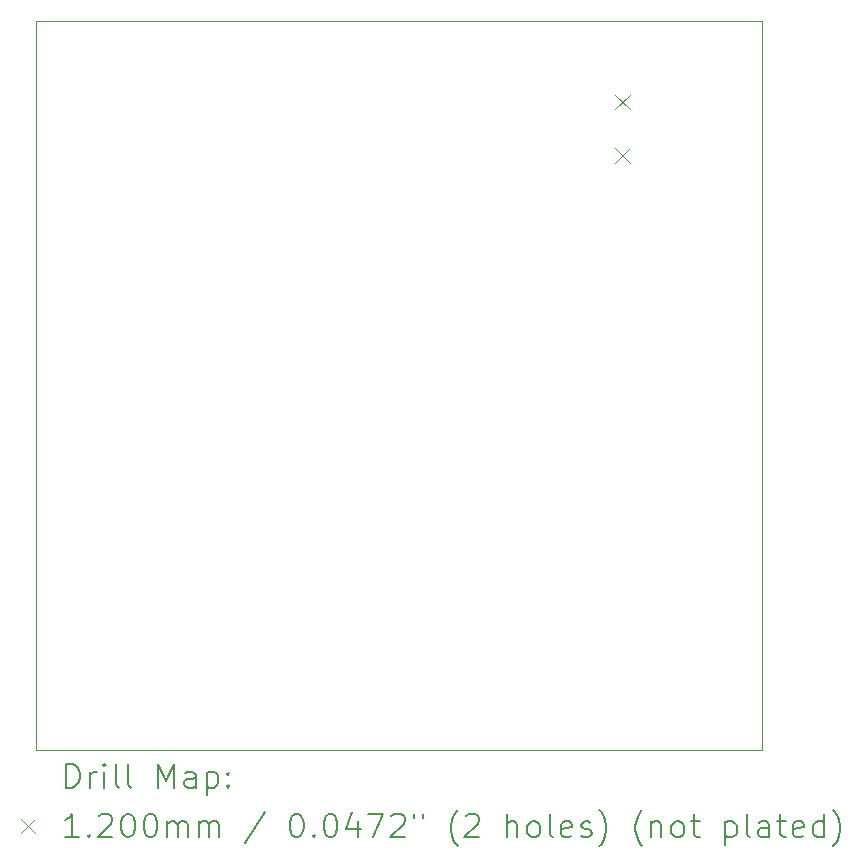
<source format=gbr>
%TF.GenerationSoftware,KiCad,Pcbnew,7.0.10-1-dev-1fdf7d0cf4*%
%TF.CreationDate,2023-12-26T02:00:17-08:00*%
%TF.ProjectId,i2s_to_toslink_pcb,6932735f-746f-45f7-946f-736c696e6b5f,rev?*%
%TF.SameCoordinates,Original*%
%TF.FileFunction,Drillmap*%
%TF.FilePolarity,Positive*%
%FSLAX45Y45*%
G04 Gerber Fmt 4.5, Leading zero omitted, Abs format (unit mm)*
G04 Created by KiCad (PCBNEW 7.0.10-1-dev-1fdf7d0cf4) date 2023-12-26 02:00:17*
%MOMM*%
%LPD*%
G01*
G04 APERTURE LIST*
%ADD10C,0.100000*%
%ADD11C,0.200000*%
%ADD12C,0.120000*%
G04 APERTURE END LIST*
D10*
X2082800Y-2032000D02*
X8229600Y-2032000D01*
X8229600Y-8204200D01*
X2082800Y-8204200D01*
X2082800Y-2032000D01*
D11*
D12*
X6987840Y-2659860D02*
X7107840Y-2779860D01*
X7107840Y-2659860D02*
X6987840Y-2779860D01*
X6987840Y-3109860D02*
X7107840Y-3229860D01*
X7107840Y-3109860D02*
X6987840Y-3229860D01*
D11*
X2338577Y-8520684D02*
X2338577Y-8320684D01*
X2338577Y-8320684D02*
X2386196Y-8320684D01*
X2386196Y-8320684D02*
X2414767Y-8330208D01*
X2414767Y-8330208D02*
X2433815Y-8349255D01*
X2433815Y-8349255D02*
X2443339Y-8368303D01*
X2443339Y-8368303D02*
X2452863Y-8406398D01*
X2452863Y-8406398D02*
X2452863Y-8434970D01*
X2452863Y-8434970D02*
X2443339Y-8473065D01*
X2443339Y-8473065D02*
X2433815Y-8492112D01*
X2433815Y-8492112D02*
X2414767Y-8511160D01*
X2414767Y-8511160D02*
X2386196Y-8520684D01*
X2386196Y-8520684D02*
X2338577Y-8520684D01*
X2538577Y-8520684D02*
X2538577Y-8387350D01*
X2538577Y-8425446D02*
X2548101Y-8406398D01*
X2548101Y-8406398D02*
X2557624Y-8396874D01*
X2557624Y-8396874D02*
X2576672Y-8387350D01*
X2576672Y-8387350D02*
X2595720Y-8387350D01*
X2662386Y-8520684D02*
X2662386Y-8387350D01*
X2662386Y-8320684D02*
X2652863Y-8330208D01*
X2652863Y-8330208D02*
X2662386Y-8339731D01*
X2662386Y-8339731D02*
X2671910Y-8330208D01*
X2671910Y-8330208D02*
X2662386Y-8320684D01*
X2662386Y-8320684D02*
X2662386Y-8339731D01*
X2786196Y-8520684D02*
X2767148Y-8511160D01*
X2767148Y-8511160D02*
X2757624Y-8492112D01*
X2757624Y-8492112D02*
X2757624Y-8320684D01*
X2890958Y-8520684D02*
X2871910Y-8511160D01*
X2871910Y-8511160D02*
X2862386Y-8492112D01*
X2862386Y-8492112D02*
X2862386Y-8320684D01*
X3119529Y-8520684D02*
X3119529Y-8320684D01*
X3119529Y-8320684D02*
X3186196Y-8463541D01*
X3186196Y-8463541D02*
X3252862Y-8320684D01*
X3252862Y-8320684D02*
X3252862Y-8520684D01*
X3433815Y-8520684D02*
X3433815Y-8415922D01*
X3433815Y-8415922D02*
X3424291Y-8396874D01*
X3424291Y-8396874D02*
X3405243Y-8387350D01*
X3405243Y-8387350D02*
X3367148Y-8387350D01*
X3367148Y-8387350D02*
X3348101Y-8396874D01*
X3433815Y-8511160D02*
X3414767Y-8520684D01*
X3414767Y-8520684D02*
X3367148Y-8520684D01*
X3367148Y-8520684D02*
X3348101Y-8511160D01*
X3348101Y-8511160D02*
X3338577Y-8492112D01*
X3338577Y-8492112D02*
X3338577Y-8473065D01*
X3338577Y-8473065D02*
X3348101Y-8454017D01*
X3348101Y-8454017D02*
X3367148Y-8444493D01*
X3367148Y-8444493D02*
X3414767Y-8444493D01*
X3414767Y-8444493D02*
X3433815Y-8434970D01*
X3529053Y-8387350D02*
X3529053Y-8587350D01*
X3529053Y-8396874D02*
X3548101Y-8387350D01*
X3548101Y-8387350D02*
X3586196Y-8387350D01*
X3586196Y-8387350D02*
X3605243Y-8396874D01*
X3605243Y-8396874D02*
X3614767Y-8406398D01*
X3614767Y-8406398D02*
X3624291Y-8425446D01*
X3624291Y-8425446D02*
X3624291Y-8482589D01*
X3624291Y-8482589D02*
X3614767Y-8501636D01*
X3614767Y-8501636D02*
X3605243Y-8511160D01*
X3605243Y-8511160D02*
X3586196Y-8520684D01*
X3586196Y-8520684D02*
X3548101Y-8520684D01*
X3548101Y-8520684D02*
X3529053Y-8511160D01*
X3710005Y-8501636D02*
X3719529Y-8511160D01*
X3719529Y-8511160D02*
X3710005Y-8520684D01*
X3710005Y-8520684D02*
X3700482Y-8511160D01*
X3700482Y-8511160D02*
X3710005Y-8501636D01*
X3710005Y-8501636D02*
X3710005Y-8520684D01*
X3710005Y-8396874D02*
X3719529Y-8406398D01*
X3719529Y-8406398D02*
X3710005Y-8415922D01*
X3710005Y-8415922D02*
X3700482Y-8406398D01*
X3700482Y-8406398D02*
X3710005Y-8396874D01*
X3710005Y-8396874D02*
X3710005Y-8415922D01*
D12*
X1957800Y-8789200D02*
X2077800Y-8909200D01*
X2077800Y-8789200D02*
X1957800Y-8909200D01*
D11*
X2443339Y-8940684D02*
X2329053Y-8940684D01*
X2386196Y-8940684D02*
X2386196Y-8740684D01*
X2386196Y-8740684D02*
X2367148Y-8769255D01*
X2367148Y-8769255D02*
X2348101Y-8788303D01*
X2348101Y-8788303D02*
X2329053Y-8797827D01*
X2529053Y-8921636D02*
X2538577Y-8931160D01*
X2538577Y-8931160D02*
X2529053Y-8940684D01*
X2529053Y-8940684D02*
X2519529Y-8931160D01*
X2519529Y-8931160D02*
X2529053Y-8921636D01*
X2529053Y-8921636D02*
X2529053Y-8940684D01*
X2614767Y-8759731D02*
X2624291Y-8750208D01*
X2624291Y-8750208D02*
X2643339Y-8740684D01*
X2643339Y-8740684D02*
X2690958Y-8740684D01*
X2690958Y-8740684D02*
X2710005Y-8750208D01*
X2710005Y-8750208D02*
X2719529Y-8759731D01*
X2719529Y-8759731D02*
X2729053Y-8778779D01*
X2729053Y-8778779D02*
X2729053Y-8797827D01*
X2729053Y-8797827D02*
X2719529Y-8826398D01*
X2719529Y-8826398D02*
X2605244Y-8940684D01*
X2605244Y-8940684D02*
X2729053Y-8940684D01*
X2852862Y-8740684D02*
X2871910Y-8740684D01*
X2871910Y-8740684D02*
X2890958Y-8750208D01*
X2890958Y-8750208D02*
X2900482Y-8759731D01*
X2900482Y-8759731D02*
X2910005Y-8778779D01*
X2910005Y-8778779D02*
X2919529Y-8816874D01*
X2919529Y-8816874D02*
X2919529Y-8864493D01*
X2919529Y-8864493D02*
X2910005Y-8902589D01*
X2910005Y-8902589D02*
X2900482Y-8921636D01*
X2900482Y-8921636D02*
X2890958Y-8931160D01*
X2890958Y-8931160D02*
X2871910Y-8940684D01*
X2871910Y-8940684D02*
X2852862Y-8940684D01*
X2852862Y-8940684D02*
X2833815Y-8931160D01*
X2833815Y-8931160D02*
X2824291Y-8921636D01*
X2824291Y-8921636D02*
X2814767Y-8902589D01*
X2814767Y-8902589D02*
X2805243Y-8864493D01*
X2805243Y-8864493D02*
X2805243Y-8816874D01*
X2805243Y-8816874D02*
X2814767Y-8778779D01*
X2814767Y-8778779D02*
X2824291Y-8759731D01*
X2824291Y-8759731D02*
X2833815Y-8750208D01*
X2833815Y-8750208D02*
X2852862Y-8740684D01*
X3043339Y-8740684D02*
X3062386Y-8740684D01*
X3062386Y-8740684D02*
X3081434Y-8750208D01*
X3081434Y-8750208D02*
X3090958Y-8759731D01*
X3090958Y-8759731D02*
X3100482Y-8778779D01*
X3100482Y-8778779D02*
X3110005Y-8816874D01*
X3110005Y-8816874D02*
X3110005Y-8864493D01*
X3110005Y-8864493D02*
X3100482Y-8902589D01*
X3100482Y-8902589D02*
X3090958Y-8921636D01*
X3090958Y-8921636D02*
X3081434Y-8931160D01*
X3081434Y-8931160D02*
X3062386Y-8940684D01*
X3062386Y-8940684D02*
X3043339Y-8940684D01*
X3043339Y-8940684D02*
X3024291Y-8931160D01*
X3024291Y-8931160D02*
X3014767Y-8921636D01*
X3014767Y-8921636D02*
X3005243Y-8902589D01*
X3005243Y-8902589D02*
X2995720Y-8864493D01*
X2995720Y-8864493D02*
X2995720Y-8816874D01*
X2995720Y-8816874D02*
X3005243Y-8778779D01*
X3005243Y-8778779D02*
X3014767Y-8759731D01*
X3014767Y-8759731D02*
X3024291Y-8750208D01*
X3024291Y-8750208D02*
X3043339Y-8740684D01*
X3195720Y-8940684D02*
X3195720Y-8807350D01*
X3195720Y-8826398D02*
X3205243Y-8816874D01*
X3205243Y-8816874D02*
X3224291Y-8807350D01*
X3224291Y-8807350D02*
X3252863Y-8807350D01*
X3252863Y-8807350D02*
X3271910Y-8816874D01*
X3271910Y-8816874D02*
X3281434Y-8835922D01*
X3281434Y-8835922D02*
X3281434Y-8940684D01*
X3281434Y-8835922D02*
X3290958Y-8816874D01*
X3290958Y-8816874D02*
X3310005Y-8807350D01*
X3310005Y-8807350D02*
X3338577Y-8807350D01*
X3338577Y-8807350D02*
X3357624Y-8816874D01*
X3357624Y-8816874D02*
X3367148Y-8835922D01*
X3367148Y-8835922D02*
X3367148Y-8940684D01*
X3462386Y-8940684D02*
X3462386Y-8807350D01*
X3462386Y-8826398D02*
X3471910Y-8816874D01*
X3471910Y-8816874D02*
X3490958Y-8807350D01*
X3490958Y-8807350D02*
X3519529Y-8807350D01*
X3519529Y-8807350D02*
X3538577Y-8816874D01*
X3538577Y-8816874D02*
X3548101Y-8835922D01*
X3548101Y-8835922D02*
X3548101Y-8940684D01*
X3548101Y-8835922D02*
X3557624Y-8816874D01*
X3557624Y-8816874D02*
X3576672Y-8807350D01*
X3576672Y-8807350D02*
X3605243Y-8807350D01*
X3605243Y-8807350D02*
X3624291Y-8816874D01*
X3624291Y-8816874D02*
X3633815Y-8835922D01*
X3633815Y-8835922D02*
X3633815Y-8940684D01*
X4024291Y-8731160D02*
X3852863Y-8988303D01*
X4281434Y-8740684D02*
X4300482Y-8740684D01*
X4300482Y-8740684D02*
X4319529Y-8750208D01*
X4319529Y-8750208D02*
X4329053Y-8759731D01*
X4329053Y-8759731D02*
X4338577Y-8778779D01*
X4338577Y-8778779D02*
X4348101Y-8816874D01*
X4348101Y-8816874D02*
X4348101Y-8864493D01*
X4348101Y-8864493D02*
X4338577Y-8902589D01*
X4338577Y-8902589D02*
X4329053Y-8921636D01*
X4329053Y-8921636D02*
X4319529Y-8931160D01*
X4319529Y-8931160D02*
X4300482Y-8940684D01*
X4300482Y-8940684D02*
X4281434Y-8940684D01*
X4281434Y-8940684D02*
X4262387Y-8931160D01*
X4262387Y-8931160D02*
X4252863Y-8921636D01*
X4252863Y-8921636D02*
X4243339Y-8902589D01*
X4243339Y-8902589D02*
X4233815Y-8864493D01*
X4233815Y-8864493D02*
X4233815Y-8816874D01*
X4233815Y-8816874D02*
X4243339Y-8778779D01*
X4243339Y-8778779D02*
X4252863Y-8759731D01*
X4252863Y-8759731D02*
X4262387Y-8750208D01*
X4262387Y-8750208D02*
X4281434Y-8740684D01*
X4433815Y-8921636D02*
X4443339Y-8931160D01*
X4443339Y-8931160D02*
X4433815Y-8940684D01*
X4433815Y-8940684D02*
X4424291Y-8931160D01*
X4424291Y-8931160D02*
X4433815Y-8921636D01*
X4433815Y-8921636D02*
X4433815Y-8940684D01*
X4567148Y-8740684D02*
X4586196Y-8740684D01*
X4586196Y-8740684D02*
X4605244Y-8750208D01*
X4605244Y-8750208D02*
X4614768Y-8759731D01*
X4614768Y-8759731D02*
X4624291Y-8778779D01*
X4624291Y-8778779D02*
X4633815Y-8816874D01*
X4633815Y-8816874D02*
X4633815Y-8864493D01*
X4633815Y-8864493D02*
X4624291Y-8902589D01*
X4624291Y-8902589D02*
X4614768Y-8921636D01*
X4614768Y-8921636D02*
X4605244Y-8931160D01*
X4605244Y-8931160D02*
X4586196Y-8940684D01*
X4586196Y-8940684D02*
X4567148Y-8940684D01*
X4567148Y-8940684D02*
X4548101Y-8931160D01*
X4548101Y-8931160D02*
X4538577Y-8921636D01*
X4538577Y-8921636D02*
X4529053Y-8902589D01*
X4529053Y-8902589D02*
X4519529Y-8864493D01*
X4519529Y-8864493D02*
X4519529Y-8816874D01*
X4519529Y-8816874D02*
X4529053Y-8778779D01*
X4529053Y-8778779D02*
X4538577Y-8759731D01*
X4538577Y-8759731D02*
X4548101Y-8750208D01*
X4548101Y-8750208D02*
X4567148Y-8740684D01*
X4805244Y-8807350D02*
X4805244Y-8940684D01*
X4757625Y-8731160D02*
X4710006Y-8874017D01*
X4710006Y-8874017D02*
X4833815Y-8874017D01*
X4890958Y-8740684D02*
X5024291Y-8740684D01*
X5024291Y-8740684D02*
X4938577Y-8940684D01*
X5090958Y-8759731D02*
X5100482Y-8750208D01*
X5100482Y-8750208D02*
X5119529Y-8740684D01*
X5119529Y-8740684D02*
X5167149Y-8740684D01*
X5167149Y-8740684D02*
X5186196Y-8750208D01*
X5186196Y-8750208D02*
X5195720Y-8759731D01*
X5195720Y-8759731D02*
X5205244Y-8778779D01*
X5205244Y-8778779D02*
X5205244Y-8797827D01*
X5205244Y-8797827D02*
X5195720Y-8826398D01*
X5195720Y-8826398D02*
X5081434Y-8940684D01*
X5081434Y-8940684D02*
X5205244Y-8940684D01*
X5281434Y-8740684D02*
X5281434Y-8778779D01*
X5357625Y-8740684D02*
X5357625Y-8778779D01*
X5652863Y-9016874D02*
X5643339Y-9007350D01*
X5643339Y-9007350D02*
X5624291Y-8978779D01*
X5624291Y-8978779D02*
X5614768Y-8959731D01*
X5614768Y-8959731D02*
X5605244Y-8931160D01*
X5605244Y-8931160D02*
X5595720Y-8883541D01*
X5595720Y-8883541D02*
X5595720Y-8845446D01*
X5595720Y-8845446D02*
X5605244Y-8797827D01*
X5605244Y-8797827D02*
X5614768Y-8769255D01*
X5614768Y-8769255D02*
X5624291Y-8750208D01*
X5624291Y-8750208D02*
X5643339Y-8721636D01*
X5643339Y-8721636D02*
X5652863Y-8712112D01*
X5719529Y-8759731D02*
X5729053Y-8750208D01*
X5729053Y-8750208D02*
X5748101Y-8740684D01*
X5748101Y-8740684D02*
X5795720Y-8740684D01*
X5795720Y-8740684D02*
X5814768Y-8750208D01*
X5814768Y-8750208D02*
X5824291Y-8759731D01*
X5824291Y-8759731D02*
X5833815Y-8778779D01*
X5833815Y-8778779D02*
X5833815Y-8797827D01*
X5833815Y-8797827D02*
X5824291Y-8826398D01*
X5824291Y-8826398D02*
X5710006Y-8940684D01*
X5710006Y-8940684D02*
X5833815Y-8940684D01*
X6071910Y-8940684D02*
X6071910Y-8740684D01*
X6157625Y-8940684D02*
X6157625Y-8835922D01*
X6157625Y-8835922D02*
X6148101Y-8816874D01*
X6148101Y-8816874D02*
X6129053Y-8807350D01*
X6129053Y-8807350D02*
X6100482Y-8807350D01*
X6100482Y-8807350D02*
X6081434Y-8816874D01*
X6081434Y-8816874D02*
X6071910Y-8826398D01*
X6281434Y-8940684D02*
X6262387Y-8931160D01*
X6262387Y-8931160D02*
X6252863Y-8921636D01*
X6252863Y-8921636D02*
X6243339Y-8902589D01*
X6243339Y-8902589D02*
X6243339Y-8845446D01*
X6243339Y-8845446D02*
X6252863Y-8826398D01*
X6252863Y-8826398D02*
X6262387Y-8816874D01*
X6262387Y-8816874D02*
X6281434Y-8807350D01*
X6281434Y-8807350D02*
X6310006Y-8807350D01*
X6310006Y-8807350D02*
X6329053Y-8816874D01*
X6329053Y-8816874D02*
X6338577Y-8826398D01*
X6338577Y-8826398D02*
X6348101Y-8845446D01*
X6348101Y-8845446D02*
X6348101Y-8902589D01*
X6348101Y-8902589D02*
X6338577Y-8921636D01*
X6338577Y-8921636D02*
X6329053Y-8931160D01*
X6329053Y-8931160D02*
X6310006Y-8940684D01*
X6310006Y-8940684D02*
X6281434Y-8940684D01*
X6462387Y-8940684D02*
X6443339Y-8931160D01*
X6443339Y-8931160D02*
X6433815Y-8912112D01*
X6433815Y-8912112D02*
X6433815Y-8740684D01*
X6614768Y-8931160D02*
X6595720Y-8940684D01*
X6595720Y-8940684D02*
X6557625Y-8940684D01*
X6557625Y-8940684D02*
X6538577Y-8931160D01*
X6538577Y-8931160D02*
X6529053Y-8912112D01*
X6529053Y-8912112D02*
X6529053Y-8835922D01*
X6529053Y-8835922D02*
X6538577Y-8816874D01*
X6538577Y-8816874D02*
X6557625Y-8807350D01*
X6557625Y-8807350D02*
X6595720Y-8807350D01*
X6595720Y-8807350D02*
X6614768Y-8816874D01*
X6614768Y-8816874D02*
X6624291Y-8835922D01*
X6624291Y-8835922D02*
X6624291Y-8854970D01*
X6624291Y-8854970D02*
X6529053Y-8874017D01*
X6700482Y-8931160D02*
X6719530Y-8940684D01*
X6719530Y-8940684D02*
X6757625Y-8940684D01*
X6757625Y-8940684D02*
X6776672Y-8931160D01*
X6776672Y-8931160D02*
X6786196Y-8912112D01*
X6786196Y-8912112D02*
X6786196Y-8902589D01*
X6786196Y-8902589D02*
X6776672Y-8883541D01*
X6776672Y-8883541D02*
X6757625Y-8874017D01*
X6757625Y-8874017D02*
X6729053Y-8874017D01*
X6729053Y-8874017D02*
X6710006Y-8864493D01*
X6710006Y-8864493D02*
X6700482Y-8845446D01*
X6700482Y-8845446D02*
X6700482Y-8835922D01*
X6700482Y-8835922D02*
X6710006Y-8816874D01*
X6710006Y-8816874D02*
X6729053Y-8807350D01*
X6729053Y-8807350D02*
X6757625Y-8807350D01*
X6757625Y-8807350D02*
X6776672Y-8816874D01*
X6852863Y-9016874D02*
X6862387Y-9007350D01*
X6862387Y-9007350D02*
X6881434Y-8978779D01*
X6881434Y-8978779D02*
X6890958Y-8959731D01*
X6890958Y-8959731D02*
X6900482Y-8931160D01*
X6900482Y-8931160D02*
X6910006Y-8883541D01*
X6910006Y-8883541D02*
X6910006Y-8845446D01*
X6910006Y-8845446D02*
X6900482Y-8797827D01*
X6900482Y-8797827D02*
X6890958Y-8769255D01*
X6890958Y-8769255D02*
X6881434Y-8750208D01*
X6881434Y-8750208D02*
X6862387Y-8721636D01*
X6862387Y-8721636D02*
X6852863Y-8712112D01*
X7214768Y-9016874D02*
X7205244Y-9007350D01*
X7205244Y-9007350D02*
X7186196Y-8978779D01*
X7186196Y-8978779D02*
X7176672Y-8959731D01*
X7176672Y-8959731D02*
X7167149Y-8931160D01*
X7167149Y-8931160D02*
X7157625Y-8883541D01*
X7157625Y-8883541D02*
X7157625Y-8845446D01*
X7157625Y-8845446D02*
X7167149Y-8797827D01*
X7167149Y-8797827D02*
X7176672Y-8769255D01*
X7176672Y-8769255D02*
X7186196Y-8750208D01*
X7186196Y-8750208D02*
X7205244Y-8721636D01*
X7205244Y-8721636D02*
X7214768Y-8712112D01*
X7290958Y-8807350D02*
X7290958Y-8940684D01*
X7290958Y-8826398D02*
X7300482Y-8816874D01*
X7300482Y-8816874D02*
X7319530Y-8807350D01*
X7319530Y-8807350D02*
X7348101Y-8807350D01*
X7348101Y-8807350D02*
X7367149Y-8816874D01*
X7367149Y-8816874D02*
X7376672Y-8835922D01*
X7376672Y-8835922D02*
X7376672Y-8940684D01*
X7500482Y-8940684D02*
X7481434Y-8931160D01*
X7481434Y-8931160D02*
X7471911Y-8921636D01*
X7471911Y-8921636D02*
X7462387Y-8902589D01*
X7462387Y-8902589D02*
X7462387Y-8845446D01*
X7462387Y-8845446D02*
X7471911Y-8826398D01*
X7471911Y-8826398D02*
X7481434Y-8816874D01*
X7481434Y-8816874D02*
X7500482Y-8807350D01*
X7500482Y-8807350D02*
X7529053Y-8807350D01*
X7529053Y-8807350D02*
X7548101Y-8816874D01*
X7548101Y-8816874D02*
X7557625Y-8826398D01*
X7557625Y-8826398D02*
X7567149Y-8845446D01*
X7567149Y-8845446D02*
X7567149Y-8902589D01*
X7567149Y-8902589D02*
X7557625Y-8921636D01*
X7557625Y-8921636D02*
X7548101Y-8931160D01*
X7548101Y-8931160D02*
X7529053Y-8940684D01*
X7529053Y-8940684D02*
X7500482Y-8940684D01*
X7624292Y-8807350D02*
X7700482Y-8807350D01*
X7652863Y-8740684D02*
X7652863Y-8912112D01*
X7652863Y-8912112D02*
X7662387Y-8931160D01*
X7662387Y-8931160D02*
X7681434Y-8940684D01*
X7681434Y-8940684D02*
X7700482Y-8940684D01*
X7919530Y-8807350D02*
X7919530Y-9007350D01*
X7919530Y-8816874D02*
X7938577Y-8807350D01*
X7938577Y-8807350D02*
X7976673Y-8807350D01*
X7976673Y-8807350D02*
X7995720Y-8816874D01*
X7995720Y-8816874D02*
X8005244Y-8826398D01*
X8005244Y-8826398D02*
X8014768Y-8845446D01*
X8014768Y-8845446D02*
X8014768Y-8902589D01*
X8014768Y-8902589D02*
X8005244Y-8921636D01*
X8005244Y-8921636D02*
X7995720Y-8931160D01*
X7995720Y-8931160D02*
X7976673Y-8940684D01*
X7976673Y-8940684D02*
X7938577Y-8940684D01*
X7938577Y-8940684D02*
X7919530Y-8931160D01*
X8129053Y-8940684D02*
X8110006Y-8931160D01*
X8110006Y-8931160D02*
X8100482Y-8912112D01*
X8100482Y-8912112D02*
X8100482Y-8740684D01*
X8290958Y-8940684D02*
X8290958Y-8835922D01*
X8290958Y-8835922D02*
X8281434Y-8816874D01*
X8281434Y-8816874D02*
X8262387Y-8807350D01*
X8262387Y-8807350D02*
X8224292Y-8807350D01*
X8224292Y-8807350D02*
X8205244Y-8816874D01*
X8290958Y-8931160D02*
X8271911Y-8940684D01*
X8271911Y-8940684D02*
X8224292Y-8940684D01*
X8224292Y-8940684D02*
X8205244Y-8931160D01*
X8205244Y-8931160D02*
X8195720Y-8912112D01*
X8195720Y-8912112D02*
X8195720Y-8893065D01*
X8195720Y-8893065D02*
X8205244Y-8874017D01*
X8205244Y-8874017D02*
X8224292Y-8864493D01*
X8224292Y-8864493D02*
X8271911Y-8864493D01*
X8271911Y-8864493D02*
X8290958Y-8854970D01*
X8357625Y-8807350D02*
X8433815Y-8807350D01*
X8386196Y-8740684D02*
X8386196Y-8912112D01*
X8386196Y-8912112D02*
X8395720Y-8931160D01*
X8395720Y-8931160D02*
X8414768Y-8940684D01*
X8414768Y-8940684D02*
X8433815Y-8940684D01*
X8576673Y-8931160D02*
X8557625Y-8940684D01*
X8557625Y-8940684D02*
X8519530Y-8940684D01*
X8519530Y-8940684D02*
X8500482Y-8931160D01*
X8500482Y-8931160D02*
X8490958Y-8912112D01*
X8490958Y-8912112D02*
X8490958Y-8835922D01*
X8490958Y-8835922D02*
X8500482Y-8816874D01*
X8500482Y-8816874D02*
X8519530Y-8807350D01*
X8519530Y-8807350D02*
X8557625Y-8807350D01*
X8557625Y-8807350D02*
X8576673Y-8816874D01*
X8576673Y-8816874D02*
X8586196Y-8835922D01*
X8586196Y-8835922D02*
X8586196Y-8854970D01*
X8586196Y-8854970D02*
X8490958Y-8874017D01*
X8757625Y-8940684D02*
X8757625Y-8740684D01*
X8757625Y-8931160D02*
X8738577Y-8940684D01*
X8738577Y-8940684D02*
X8700482Y-8940684D01*
X8700482Y-8940684D02*
X8681435Y-8931160D01*
X8681435Y-8931160D02*
X8671911Y-8921636D01*
X8671911Y-8921636D02*
X8662387Y-8902589D01*
X8662387Y-8902589D02*
X8662387Y-8845446D01*
X8662387Y-8845446D02*
X8671911Y-8826398D01*
X8671911Y-8826398D02*
X8681435Y-8816874D01*
X8681435Y-8816874D02*
X8700482Y-8807350D01*
X8700482Y-8807350D02*
X8738577Y-8807350D01*
X8738577Y-8807350D02*
X8757625Y-8816874D01*
X8833816Y-9016874D02*
X8843339Y-9007350D01*
X8843339Y-9007350D02*
X8862387Y-8978779D01*
X8862387Y-8978779D02*
X8871911Y-8959731D01*
X8871911Y-8959731D02*
X8881435Y-8931160D01*
X8881435Y-8931160D02*
X8890958Y-8883541D01*
X8890958Y-8883541D02*
X8890958Y-8845446D01*
X8890958Y-8845446D02*
X8881435Y-8797827D01*
X8881435Y-8797827D02*
X8871911Y-8769255D01*
X8871911Y-8769255D02*
X8862387Y-8750208D01*
X8862387Y-8750208D02*
X8843339Y-8721636D01*
X8843339Y-8721636D02*
X8833816Y-8712112D01*
M02*

</source>
